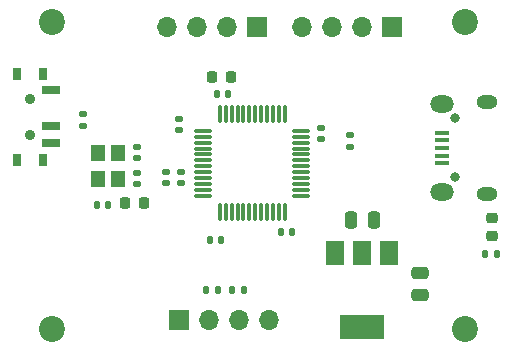
<source format=gbr>
%TF.GenerationSoftware,KiCad,Pcbnew,7.0.9*%
%TF.CreationDate,2023-12-08T01:22:57+08:00*%
%TF.ProjectId,Basic_STM32_Bluepill,42617369-635f-4535-944d-33325f426c75,rev?*%
%TF.SameCoordinates,Original*%
%TF.FileFunction,Soldermask,Top*%
%TF.FilePolarity,Negative*%
%FSLAX46Y46*%
G04 Gerber Fmt 4.6, Leading zero omitted, Abs format (unit mm)*
G04 Created by KiCad (PCBNEW 7.0.9) date 2023-12-08 01:22:57*
%MOMM*%
%LPD*%
G01*
G04 APERTURE LIST*
G04 Aperture macros list*
%AMRoundRect*
0 Rectangle with rounded corners*
0 $1 Rounding radius*
0 $2 $3 $4 $5 $6 $7 $8 $9 X,Y pos of 4 corners*
0 Add a 4 corners polygon primitive as box body*
4,1,4,$2,$3,$4,$5,$6,$7,$8,$9,$2,$3,0*
0 Add four circle primitives for the rounded corners*
1,1,$1+$1,$2,$3*
1,1,$1+$1,$4,$5*
1,1,$1+$1,$6,$7*
1,1,$1+$1,$8,$9*
0 Add four rect primitives between the rounded corners*
20,1,$1+$1,$2,$3,$4,$5,0*
20,1,$1+$1,$4,$5,$6,$7,0*
20,1,$1+$1,$6,$7,$8,$9,0*
20,1,$1+$1,$8,$9,$2,$3,0*%
G04 Aperture macros list end*
%ADD10RoundRect,0.140000X-0.140000X-0.170000X0.140000X-0.170000X0.140000X0.170000X-0.140000X0.170000X0*%
%ADD11RoundRect,0.140000X0.170000X-0.140000X0.170000X0.140000X-0.170000X0.140000X-0.170000X-0.140000X0*%
%ADD12R,1.200000X1.400000*%
%ADD13RoundRect,0.135000X0.135000X0.185000X-0.135000X0.185000X-0.135000X-0.185000X0.135000X-0.185000X0*%
%ADD14O,0.800000X0.800000*%
%ADD15R,1.300000X0.450000*%
%ADD16O,1.800000X1.150000*%
%ADD17O,2.000000X1.450000*%
%ADD18RoundRect,0.135000X-0.135000X-0.185000X0.135000X-0.185000X0.135000X0.185000X-0.135000X0.185000X0*%
%ADD19RoundRect,0.135000X0.185000X-0.135000X0.185000X0.135000X-0.185000X0.135000X-0.185000X-0.135000X0*%
%ADD20RoundRect,0.135000X-0.185000X0.135000X-0.185000X-0.135000X0.185000X-0.135000X0.185000X0.135000X0*%
%ADD21C,2.200000*%
%ADD22R,1.700000X1.700000*%
%ADD23O,1.700000X1.700000*%
%ADD24RoundRect,0.218750X0.218750X0.256250X-0.218750X0.256250X-0.218750X-0.256250X0.218750X-0.256250X0*%
%ADD25RoundRect,0.140000X0.140000X0.170000X-0.140000X0.170000X-0.140000X-0.170000X0.140000X-0.170000X0*%
%ADD26RoundRect,0.140000X-0.170000X0.140000X-0.170000X-0.140000X0.170000X-0.140000X0.170000X0.140000X0*%
%ADD27RoundRect,0.250000X0.475000X-0.250000X0.475000X0.250000X-0.475000X0.250000X-0.475000X-0.250000X0*%
%ADD28RoundRect,0.218750X0.256250X-0.218750X0.256250X0.218750X-0.256250X0.218750X-0.256250X-0.218750X0*%
%ADD29R,0.800000X1.000000*%
%ADD30C,0.900000*%
%ADD31R,1.500000X0.700000*%
%ADD32RoundRect,0.225000X-0.225000X-0.250000X0.225000X-0.250000X0.225000X0.250000X-0.225000X0.250000X0*%
%ADD33R,1.500000X2.000000*%
%ADD34R,3.800000X2.000000*%
%ADD35RoundRect,0.250000X-0.250000X-0.475000X0.250000X-0.475000X0.250000X0.475000X-0.250000X0.475000X0*%
%ADD36RoundRect,0.075000X-0.662500X-0.075000X0.662500X-0.075000X0.662500X0.075000X-0.662500X0.075000X0*%
%ADD37RoundRect,0.075000X-0.075000X-0.662500X0.075000X-0.662500X0.075000X0.662500X-0.075000X0.662500X0*%
G04 APERTURE END LIST*
D10*
%TO.C,C3*%
X150420000Y-99500000D03*
X151380000Y-99500000D03*
%TD*%
D11*
%TO.C,C4*%
X144200000Y-92580000D03*
X144200000Y-91620000D03*
%TD*%
D12*
%TO.C,Y1*%
X140920000Y-92100000D03*
X140920000Y-94300000D03*
X142620000Y-94300000D03*
X142620000Y-92100000D03*
%TD*%
D13*
%TO.C,R3*%
X153310000Y-103700000D03*
X152290000Y-103700000D03*
%TD*%
D14*
%TO.C,J3*%
X171145000Y-94200000D03*
X171145000Y-89200000D03*
D15*
X170045000Y-93000000D03*
X170045000Y-92350000D03*
X170045000Y-91700000D03*
X170045000Y-91050000D03*
X170045000Y-90400000D03*
D16*
X173895000Y-95575000D03*
D17*
X170095000Y-95425000D03*
X170095000Y-87975000D03*
D16*
X173895000Y-87825000D03*
%TD*%
D18*
%TO.C,R1*%
X173663000Y-100711500D03*
X174683000Y-100711500D03*
%TD*%
D19*
%TO.C,R4*%
X139649000Y-89827000D03*
X139649000Y-88807000D03*
%TD*%
D20*
%TO.C,R5*%
X162300000Y-90590000D03*
X162300000Y-91610000D03*
%TD*%
D10*
%TO.C,C8*%
X151008000Y-87158000D03*
X151968000Y-87158000D03*
%TD*%
D21*
%TO.C,H4*%
X137000000Y-107000000D03*
%TD*%
D11*
%TO.C,C9*%
X147800000Y-90180000D03*
X147800000Y-89220000D03*
%TD*%
D22*
%TO.C,J2*%
X154381000Y-81443000D03*
D23*
X151841000Y-81443000D03*
X149301000Y-81443000D03*
X146761000Y-81443000D03*
%TD*%
D24*
%TO.C,FB1*%
X144787500Y-96400000D03*
X143212500Y-96400000D03*
%TD*%
D25*
%TO.C,C10*%
X157380000Y-98800000D03*
X156420000Y-98800000D03*
%TD*%
D11*
%TO.C,C12*%
X146700000Y-94680000D03*
X146700000Y-93720000D03*
%TD*%
D22*
%TO.C,J4*%
X165862000Y-81443000D03*
D23*
X163322000Y-81443000D03*
X160782000Y-81443000D03*
X158242000Y-81443000D03*
%TD*%
D21*
%TO.C,H1*%
X172000000Y-107000000D03*
%TD*%
D11*
%TO.C,C11*%
X148000000Y-94680000D03*
X148000000Y-93720000D03*
%TD*%
D26*
%TO.C,C6*%
X159842000Y-90020000D03*
X159842000Y-90980000D03*
%TD*%
D27*
%TO.C,C2*%
X168200000Y-104150000D03*
X168200000Y-102250000D03*
%TD*%
D22*
%TO.C,J1*%
X147828000Y-106299000D03*
D23*
X150368000Y-106299000D03*
X152908000Y-106299000D03*
X155448000Y-106299000D03*
%TD*%
D28*
%TO.C,D1*%
X174300000Y-99187500D03*
X174300000Y-97612500D03*
%TD*%
D29*
%TO.C,SW1*%
X136280000Y-85413000D03*
X134070000Y-85413000D03*
D30*
X135170000Y-87563000D03*
X135170000Y-90563000D03*
D29*
X136280000Y-92713000D03*
X134070000Y-92713000D03*
D31*
X136930000Y-86813000D03*
X136930000Y-89813000D03*
X136930000Y-91313000D03*
%TD*%
D18*
%TO.C,R2*%
X150090000Y-103700000D03*
X151110000Y-103700000D03*
%TD*%
D32*
%TO.C,C5*%
X150625000Y-85700000D03*
X152175000Y-85700000D03*
%TD*%
D11*
%TO.C,C7*%
X144200000Y-94780000D03*
X144200000Y-93820000D03*
%TD*%
D33*
%TO.C,U1*%
X165600000Y-100557000D03*
X163300000Y-100557000D03*
D34*
X163300000Y-106857000D03*
D33*
X161000000Y-100557000D03*
%TD*%
D21*
%TO.C,H2*%
X172000000Y-81000000D03*
%TD*%
D25*
%TO.C,C13*%
X141780000Y-96500000D03*
X140820000Y-96500000D03*
%TD*%
D35*
%TO.C,C1*%
X162384000Y-97800000D03*
X164284000Y-97800000D03*
%TD*%
D36*
%TO.C,U2*%
X149837500Y-90250000D03*
X149837500Y-90750000D03*
X149837500Y-91250000D03*
X149837500Y-91750000D03*
X149837500Y-92250000D03*
X149837500Y-92750000D03*
X149837500Y-93250000D03*
X149837500Y-93750000D03*
X149837500Y-94250000D03*
X149837500Y-94750000D03*
X149837500Y-95250000D03*
X149837500Y-95750000D03*
D37*
X151250000Y-97162500D03*
X151750000Y-97162500D03*
X152250000Y-97162500D03*
X152750000Y-97162500D03*
X153250000Y-97162500D03*
X153750000Y-97162500D03*
X154250000Y-97162500D03*
X154750000Y-97162500D03*
X155250000Y-97162500D03*
X155750000Y-97162500D03*
X156250000Y-97162500D03*
X156750000Y-97162500D03*
D36*
X158162500Y-95750000D03*
X158162500Y-95250000D03*
X158162500Y-94750000D03*
X158162500Y-94250000D03*
X158162500Y-93750000D03*
X158162500Y-93250000D03*
X158162500Y-92750000D03*
X158162500Y-92250000D03*
X158162500Y-91750000D03*
X158162500Y-91250000D03*
X158162500Y-90750000D03*
X158162500Y-90250000D03*
D37*
X156750000Y-88837500D03*
X156250000Y-88837500D03*
X155750000Y-88837500D03*
X155250000Y-88837500D03*
X154750000Y-88837500D03*
X154250000Y-88837500D03*
X153750000Y-88837500D03*
X153250000Y-88837500D03*
X152750000Y-88837500D03*
X152250000Y-88837500D03*
X151750000Y-88837500D03*
X151250000Y-88837500D03*
%TD*%
D21*
%TO.C,H3*%
X137000000Y-81000000D03*
%TD*%
M02*

</source>
